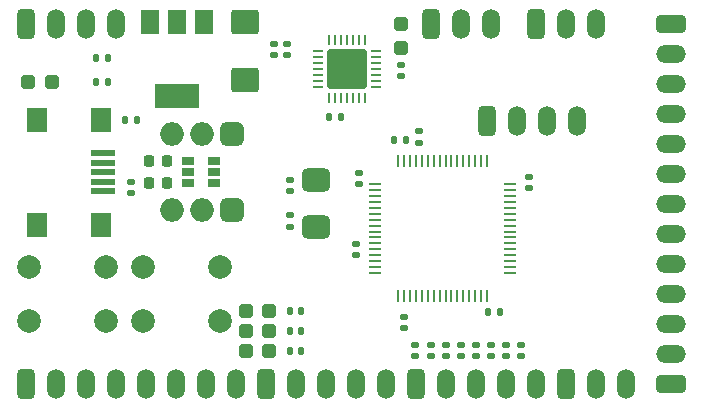
<source format=gbr>
G04 #@! TF.GenerationSoftware,KiCad,Pcbnew,(5.99.0-6506-gfdf6547f5f)*
G04 #@! TF.CreationDate,2020-10-25T23:45:09+03:00*
G04 #@! TF.ProjectId,DevBoard,44657642-6f61-4726-942e-6b696361645f,rev?*
G04 #@! TF.SameCoordinates,Original*
G04 #@! TF.FileFunction,Soldermask,Top*
G04 #@! TF.FilePolarity,Negative*
%FSLAX46Y46*%
G04 Gerber Fmt 4.6, Leading zero omitted, Abs format (unit mm)*
G04 Created by KiCad (PCBNEW (5.99.0-6506-gfdf6547f5f)) date 2020-10-25 23:45:09*
%MOMM*%
%LPD*%
G01*
G04 APERTURE LIST*
G04 Aperture macros list*
%AMRoundRect*
0 Rectangle with rounded corners*
0 $1 Rounding radius*
0 $2 $3 $4 $5 $6 $7 $8 $9 X,Y pos of 4 corners*
0 Add a 4 corners polygon primitive as box body*
4,1,4,$2,$3,$4,$5,$6,$7,$8,$9,$2,$3,0*
0 Add four circle primitives for the rounded corners*
1,1,$1+$1,$2,$3,0*
1,1,$1+$1,$4,$5,0*
1,1,$1+$1,$6,$7,0*
1,1,$1+$1,$8,$9,0*
0 Add four rect primitives between the rounded corners*
20,1,$1+$1,$2,$3,$4,$5,0*
20,1,$1+$1,$4,$5,$6,$7,0*
20,1,$1+$1,$6,$7,$8,$9,0*
20,1,$1+$1,$8,$9,$2,$3,0*%
G04 Aperture macros list end*
%ADD10RoundRect,0.147500X0.147500X0.172500X-0.147500X0.172500X-0.147500X-0.172500X0.147500X-0.172500X0*%
%ADD11RoundRect,0.300000X-0.300000X-0.300000X0.300000X-0.300000X0.300000X0.300000X-0.300000X0.300000X0*%
%ADD12R,2.000000X0.500000*%
%ADD13R,1.700000X2.000000*%
%ADD14RoundRect,0.147500X0.172500X-0.147500X0.172500X0.147500X-0.172500X0.147500X-0.172500X-0.147500X0*%
%ADD15RoundRect,0.218750X0.218750X0.256250X-0.218750X0.256250X-0.218750X-0.256250X0.218750X-0.256250X0*%
%ADD16RoundRect,0.500000X0.500000X0.500000X-0.500000X0.500000X-0.500000X-0.500000X0.500000X-0.500000X0*%
%ADD17O,2.000000X2.000000*%
%ADD18R,1.500000X2.000000*%
%ADD19R,3.800000X2.000000*%
%ADD20RoundRect,0.250000X0.925000X-0.787500X0.925000X0.787500X-0.925000X0.787500X-0.925000X-0.787500X0*%
%ADD21RoundRect,0.062500X-0.337500X-0.062500X0.337500X-0.062500X0.337500X0.062500X-0.337500X0.062500X0*%
%ADD22RoundRect,0.062500X-0.062500X-0.337500X0.062500X-0.337500X0.062500X0.337500X-0.062500X0.337500X0*%
%ADD23RoundRect,0.250000X-1.425000X-1.425000X1.425000X-1.425000X1.425000X1.425000X-1.425000X1.425000X0*%
%ADD24R,1.060000X0.650000*%
%ADD25RoundRect,0.375000X-0.375000X-0.895000X0.375000X-0.895000X0.375000X0.895000X-0.375000X0.895000X0*%
%ADD26O,1.500000X2.540000*%
%ADD27RoundRect,0.300000X-0.300000X0.300000X-0.300000X-0.300000X0.300000X-0.300000X0.300000X0.300000X0*%
%ADD28RoundRect,0.147500X-0.172500X0.147500X-0.172500X-0.147500X0.172500X-0.147500X0.172500X0.147500X0*%
%ADD29RoundRect,0.147500X-0.147500X-0.172500X0.147500X-0.172500X0.147500X0.172500X-0.147500X0.172500X0*%
%ADD30RoundRect,0.375000X-0.895000X0.375000X-0.895000X-0.375000X0.895000X-0.375000X0.895000X0.375000X0*%
%ADD31O,2.540000X1.500000*%
%ADD32RoundRect,0.375000X0.895000X-0.375000X0.895000X0.375000X-0.895000X0.375000X-0.895000X-0.375000X0*%
%ADD33C,2.000000*%
%ADD34R,1.000000X0.250000*%
%ADD35R,0.250000X1.000000*%
%ADD36RoundRect,0.500000X-0.700000X0.500000X-0.700000X-0.500000X0.700000X-0.500000X0.700000X0.500000X0*%
G04 APERTURE END LIST*
D10*
X50069100Y-84274900D03*
X49099100Y-84274900D03*
D11*
X40837100Y-81049100D03*
X42837100Y-81049100D03*
D12*
X47153300Y-87119900D03*
X47153300Y-87919900D03*
X47153300Y-88719900D03*
X47153300Y-89519900D03*
X47153300Y-90319900D03*
D13*
X47053300Y-93169900D03*
X41603300Y-84269900D03*
X41603300Y-93169900D03*
X47053300Y-84269900D03*
D14*
X49596800Y-90487600D03*
X49596800Y-89517600D03*
D15*
X52644900Y-87767400D03*
X51069900Y-87767400D03*
D16*
X58105800Y-85468700D03*
D17*
X55565800Y-85468700D03*
X53025800Y-85468700D03*
D16*
X58105800Y-91945700D03*
D17*
X55565800Y-91945700D03*
X53025800Y-91945700D03*
D10*
X47592600Y-81049100D03*
X46622600Y-81049100D03*
D15*
X52644900Y-89672400D03*
X51069900Y-89672400D03*
D18*
X55732200Y-75968700D03*
X53432200Y-75968700D03*
D19*
X53432200Y-82268700D03*
D18*
X51132200Y-75968700D03*
D20*
X59245500Y-80897700D03*
X59245500Y-75972700D03*
D21*
X65406100Y-78471900D03*
X65406100Y-78971900D03*
X65406100Y-79471900D03*
X65406100Y-79971900D03*
X65406100Y-80471900D03*
X65406100Y-80971900D03*
X65406100Y-81471900D03*
D22*
X66356100Y-82421900D03*
X66856100Y-82421900D03*
X67356100Y-82421900D03*
X67856100Y-82421900D03*
X68356100Y-82421900D03*
X68856100Y-82421900D03*
X69356100Y-82421900D03*
D21*
X70306100Y-81471900D03*
X70306100Y-80971900D03*
X70306100Y-80471900D03*
X70306100Y-79971900D03*
X70306100Y-79471900D03*
X70306100Y-78971900D03*
X70306100Y-78471900D03*
D22*
X69356100Y-77521900D03*
X68856100Y-77521900D03*
X68356100Y-77521900D03*
X67856100Y-77521900D03*
X67356100Y-77521900D03*
X66856100Y-77521900D03*
X66356100Y-77521900D03*
D23*
X67856100Y-79971900D03*
D24*
X54415000Y-87769900D03*
X54415000Y-88719900D03*
X54415000Y-89669900D03*
X56615000Y-89669900D03*
X56615000Y-88719900D03*
X56615000Y-87769900D03*
D25*
X40640000Y-76200000D03*
D26*
X43180000Y-76200000D03*
X45720000Y-76200000D03*
X48260000Y-76200000D03*
D10*
X47591840Y-79054960D03*
X46621840Y-79054960D03*
D27*
X72405240Y-76175360D03*
X72405240Y-78175360D03*
D28*
X82550000Y-103350200D03*
X82550000Y-104320200D03*
X83271360Y-89126200D03*
X83271360Y-90096200D03*
X63030100Y-89367500D03*
X63030100Y-90337500D03*
X80010000Y-103350200D03*
X80010000Y-104320200D03*
D29*
X71849120Y-85989160D03*
X72819120Y-85989160D03*
D14*
X63030100Y-93355020D03*
X63030100Y-92385020D03*
D28*
X77470000Y-103350200D03*
X77470000Y-104320200D03*
D14*
X72689720Y-101952920D03*
X72689720Y-100982920D03*
D28*
X74930000Y-103350200D03*
X74930000Y-104320200D03*
D14*
X68590160Y-95750240D03*
X68590160Y-94780240D03*
X68910200Y-89750760D03*
X68910200Y-88780760D03*
D10*
X80784560Y-100553520D03*
X79814560Y-100553520D03*
D14*
X61706760Y-78808440D03*
X61706760Y-77838440D03*
X62788800Y-78805900D03*
X62788800Y-77835900D03*
D11*
X59269120Y-100441760D03*
X61269120Y-100441760D03*
X59269120Y-102148640D03*
X61269120Y-102148640D03*
X59269120Y-103855520D03*
X61269120Y-103855520D03*
D25*
X40640000Y-106680000D03*
D26*
X43180000Y-106680000D03*
X45720000Y-106680000D03*
X48260000Y-106680000D03*
X50800000Y-106680000D03*
X53340000Y-106680000D03*
X55880000Y-106680000D03*
X58420000Y-106680000D03*
D30*
X95250000Y-76200000D03*
D31*
X95250000Y-78740000D03*
X95250000Y-81280000D03*
X95250000Y-83820000D03*
X95250000Y-86360000D03*
X95250000Y-88900000D03*
X95250000Y-91440000D03*
X95250000Y-93980000D03*
D25*
X73660000Y-106680000D03*
D26*
X76200000Y-106680000D03*
X78740000Y-106680000D03*
X81280000Y-106680000D03*
X83820000Y-106680000D03*
D25*
X60960000Y-106680000D03*
D26*
X63500000Y-106680000D03*
X66040000Y-106680000D03*
X68580000Y-106680000D03*
X71120000Y-106680000D03*
D32*
X95250000Y-106680000D03*
D31*
X95250000Y-104140000D03*
X95250000Y-101600000D03*
X95250000Y-99060000D03*
X95250000Y-96520000D03*
D25*
X79692500Y-84366100D03*
D26*
X82232500Y-84366100D03*
X84772500Y-84366100D03*
X87312500Y-84366100D03*
D25*
X74930000Y-76200000D03*
D26*
X77470000Y-76200000D03*
X80010000Y-76200000D03*
D25*
X86360000Y-106680000D03*
D26*
X88900000Y-106680000D03*
X91440000Y-106680000D03*
D25*
X83820000Y-76200000D03*
D26*
X86360000Y-76200000D03*
X88900000Y-76200000D03*
D28*
X73647300Y-103350200D03*
X73647300Y-104320200D03*
X76200000Y-103350200D03*
X76200000Y-104320200D03*
X78740000Y-103350200D03*
X78740000Y-104320200D03*
X81280000Y-103350200D03*
X81280000Y-104320200D03*
D14*
X73964800Y-86225240D03*
X73964800Y-85255240D03*
X72405240Y-80586440D03*
X72405240Y-79616440D03*
D10*
X63985000Y-100439220D03*
X63015000Y-100439220D03*
X63985000Y-102148640D03*
X63015000Y-102148640D03*
X63985000Y-103858060D03*
X63015000Y-103858060D03*
D29*
X66355100Y-84086700D03*
X67325100Y-84086700D03*
D33*
X40967520Y-101285040D03*
X47467520Y-101285040D03*
X40967520Y-96785040D03*
X47467520Y-96785040D03*
X57068720Y-101285040D03*
X50568720Y-101285040D03*
X50568720Y-96785040D03*
X57068720Y-96785040D03*
D34*
X70246000Y-89750000D03*
X70246000Y-90250000D03*
X70246000Y-90750000D03*
X70246000Y-91250000D03*
X70246000Y-91750000D03*
X70246000Y-92250000D03*
X70246000Y-92750000D03*
X70246000Y-93250000D03*
X70246000Y-93750000D03*
X70246000Y-94250000D03*
X70246000Y-94750000D03*
X70246000Y-95250000D03*
X70246000Y-95750000D03*
X70246000Y-96250000D03*
X70246000Y-96750000D03*
X70246000Y-97250000D03*
D35*
X72196000Y-99200000D03*
X72696000Y-99200000D03*
X73196000Y-99200000D03*
X73696000Y-99200000D03*
X74196000Y-99200000D03*
X74696000Y-99200000D03*
X75196000Y-99200000D03*
X75696000Y-99200000D03*
X76196000Y-99200000D03*
X76696000Y-99200000D03*
X77196000Y-99200000D03*
X77696000Y-99200000D03*
X78196000Y-99200000D03*
X78696000Y-99200000D03*
X79196000Y-99200000D03*
X79696000Y-99200000D03*
D34*
X81646000Y-97250000D03*
X81646000Y-96750000D03*
X81646000Y-96250000D03*
X81646000Y-95750000D03*
X81646000Y-95250000D03*
X81646000Y-94750000D03*
X81646000Y-94250000D03*
X81646000Y-93750000D03*
X81646000Y-93250000D03*
X81646000Y-92750000D03*
X81646000Y-92250000D03*
X81646000Y-91750000D03*
X81646000Y-91250000D03*
X81646000Y-90750000D03*
X81646000Y-90250000D03*
X81646000Y-89750000D03*
D35*
X79696000Y-87800000D03*
X79196000Y-87800000D03*
X78696000Y-87800000D03*
X78196000Y-87800000D03*
X77696000Y-87800000D03*
X77196000Y-87800000D03*
X76696000Y-87800000D03*
X76196000Y-87800000D03*
X75696000Y-87800000D03*
X75196000Y-87800000D03*
X74696000Y-87800000D03*
X74196000Y-87800000D03*
X73696000Y-87800000D03*
X73196000Y-87800000D03*
X72696000Y-87800000D03*
X72196000Y-87800000D03*
D36*
X65217040Y-89356180D03*
X65217040Y-93356180D03*
M02*

</source>
